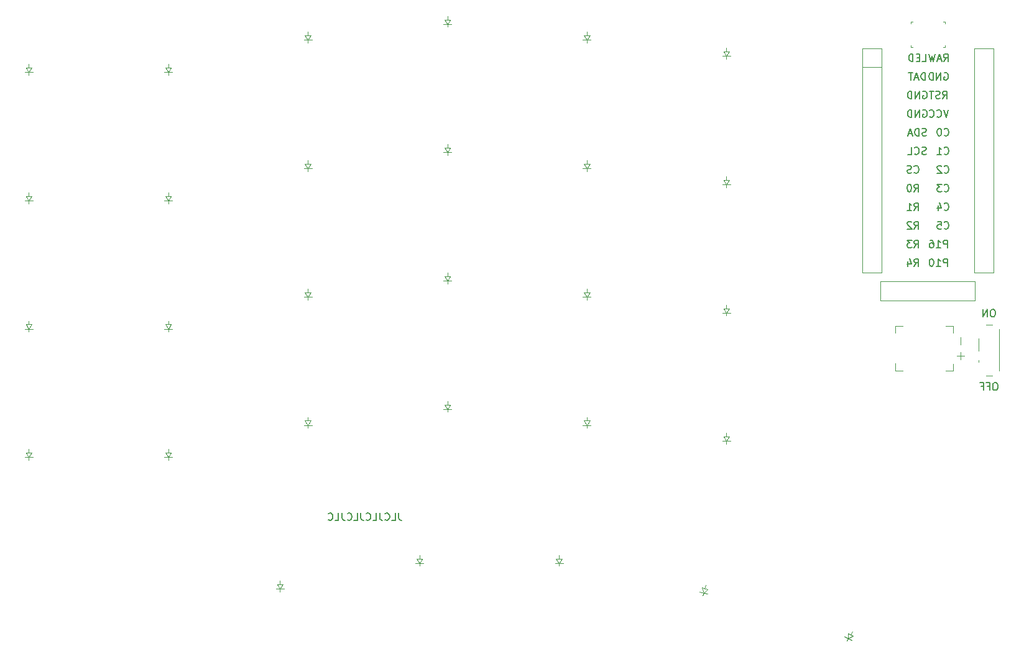
<source format=gbr>
%TF.GenerationSoftware,KiCad,Pcbnew,8.0.7*%
%TF.CreationDate,2025-02-11T23:53:50-03:00*%
%TF.ProjectId,souffle_wireless,736f7566-666c-4655-9f77-6972656c6573,0.1*%
%TF.SameCoordinates,Original*%
%TF.FileFunction,Legend,Bot*%
%TF.FilePolarity,Positive*%
%FSLAX46Y46*%
G04 Gerber Fmt 4.6, Leading zero omitted, Abs format (unit mm)*
G04 Created by KiCad (PCBNEW 8.0.7) date 2025-02-11 23:53:50*
%MOMM*%
%LPD*%
G01*
G04 APERTURE LIST*
%ADD10C,0.150000*%
%ADD11C,0.100000*%
%ADD12C,0.120000*%
G04 APERTURE END LIST*
D10*
X142619048Y-106454819D02*
X142619048Y-107169104D01*
X142619048Y-107169104D02*
X142666667Y-107311961D01*
X142666667Y-107311961D02*
X142761905Y-107407200D01*
X142761905Y-107407200D02*
X142904762Y-107454819D01*
X142904762Y-107454819D02*
X143000000Y-107454819D01*
X141666667Y-107454819D02*
X142142857Y-107454819D01*
X142142857Y-107454819D02*
X142142857Y-106454819D01*
X140761905Y-107359580D02*
X140809524Y-107407200D01*
X140809524Y-107407200D02*
X140952381Y-107454819D01*
X140952381Y-107454819D02*
X141047619Y-107454819D01*
X141047619Y-107454819D02*
X141190476Y-107407200D01*
X141190476Y-107407200D02*
X141285714Y-107311961D01*
X141285714Y-107311961D02*
X141333333Y-107216723D01*
X141333333Y-107216723D02*
X141380952Y-107026247D01*
X141380952Y-107026247D02*
X141380952Y-106883390D01*
X141380952Y-106883390D02*
X141333333Y-106692914D01*
X141333333Y-106692914D02*
X141285714Y-106597676D01*
X141285714Y-106597676D02*
X141190476Y-106502438D01*
X141190476Y-106502438D02*
X141047619Y-106454819D01*
X141047619Y-106454819D02*
X140952381Y-106454819D01*
X140952381Y-106454819D02*
X140809524Y-106502438D01*
X140809524Y-106502438D02*
X140761905Y-106550057D01*
X140047619Y-106454819D02*
X140047619Y-107169104D01*
X140047619Y-107169104D02*
X140095238Y-107311961D01*
X140095238Y-107311961D02*
X140190476Y-107407200D01*
X140190476Y-107407200D02*
X140333333Y-107454819D01*
X140333333Y-107454819D02*
X140428571Y-107454819D01*
X139095238Y-107454819D02*
X139571428Y-107454819D01*
X139571428Y-107454819D02*
X139571428Y-106454819D01*
X138190476Y-107359580D02*
X138238095Y-107407200D01*
X138238095Y-107407200D02*
X138380952Y-107454819D01*
X138380952Y-107454819D02*
X138476190Y-107454819D01*
X138476190Y-107454819D02*
X138619047Y-107407200D01*
X138619047Y-107407200D02*
X138714285Y-107311961D01*
X138714285Y-107311961D02*
X138761904Y-107216723D01*
X138761904Y-107216723D02*
X138809523Y-107026247D01*
X138809523Y-107026247D02*
X138809523Y-106883390D01*
X138809523Y-106883390D02*
X138761904Y-106692914D01*
X138761904Y-106692914D02*
X138714285Y-106597676D01*
X138714285Y-106597676D02*
X138619047Y-106502438D01*
X138619047Y-106502438D02*
X138476190Y-106454819D01*
X138476190Y-106454819D02*
X138380952Y-106454819D01*
X138380952Y-106454819D02*
X138238095Y-106502438D01*
X138238095Y-106502438D02*
X138190476Y-106550057D01*
X137476190Y-106454819D02*
X137476190Y-107169104D01*
X137476190Y-107169104D02*
X137523809Y-107311961D01*
X137523809Y-107311961D02*
X137619047Y-107407200D01*
X137619047Y-107407200D02*
X137761904Y-107454819D01*
X137761904Y-107454819D02*
X137857142Y-107454819D01*
X136523809Y-107454819D02*
X136999999Y-107454819D01*
X136999999Y-107454819D02*
X136999999Y-106454819D01*
X135619047Y-107359580D02*
X135666666Y-107407200D01*
X135666666Y-107407200D02*
X135809523Y-107454819D01*
X135809523Y-107454819D02*
X135904761Y-107454819D01*
X135904761Y-107454819D02*
X136047618Y-107407200D01*
X136047618Y-107407200D02*
X136142856Y-107311961D01*
X136142856Y-107311961D02*
X136190475Y-107216723D01*
X136190475Y-107216723D02*
X136238094Y-107026247D01*
X136238094Y-107026247D02*
X136238094Y-106883390D01*
X136238094Y-106883390D02*
X136190475Y-106692914D01*
X136190475Y-106692914D02*
X136142856Y-106597676D01*
X136142856Y-106597676D02*
X136047618Y-106502438D01*
X136047618Y-106502438D02*
X135904761Y-106454819D01*
X135904761Y-106454819D02*
X135809523Y-106454819D01*
X135809523Y-106454819D02*
X135666666Y-106502438D01*
X135666666Y-106502438D02*
X135619047Y-106550057D01*
X134904761Y-106454819D02*
X134904761Y-107169104D01*
X134904761Y-107169104D02*
X134952380Y-107311961D01*
X134952380Y-107311961D02*
X135047618Y-107407200D01*
X135047618Y-107407200D02*
X135190475Y-107454819D01*
X135190475Y-107454819D02*
X135285713Y-107454819D01*
X133952380Y-107454819D02*
X134428570Y-107454819D01*
X134428570Y-107454819D02*
X134428570Y-106454819D01*
X133047618Y-107359580D02*
X133095237Y-107407200D01*
X133095237Y-107407200D02*
X133238094Y-107454819D01*
X133238094Y-107454819D02*
X133333332Y-107454819D01*
X133333332Y-107454819D02*
X133476189Y-107407200D01*
X133476189Y-107407200D02*
X133571427Y-107311961D01*
X133571427Y-107311961D02*
X133619046Y-107216723D01*
X133619046Y-107216723D02*
X133666665Y-107026247D01*
X133666665Y-107026247D02*
X133666665Y-106883390D01*
X133666665Y-106883390D02*
X133619046Y-106692914D01*
X133619046Y-106692914D02*
X133571427Y-106597676D01*
X133571427Y-106597676D02*
X133476189Y-106502438D01*
X133476189Y-106502438D02*
X133333332Y-106454819D01*
X133333332Y-106454819D02*
X133238094Y-106454819D01*
X133238094Y-106454819D02*
X133095237Y-106502438D01*
X133095237Y-106502438D02*
X133047618Y-106550057D01*
X213896857Y-44874819D02*
X214373047Y-44874819D01*
X214373047Y-44874819D02*
X214373047Y-43874819D01*
X213563523Y-44351009D02*
X213230190Y-44351009D01*
X213087333Y-44874819D02*
X213563523Y-44874819D01*
X213563523Y-44874819D02*
X213563523Y-43874819D01*
X213563523Y-43874819D02*
X213087333Y-43874819D01*
X212658761Y-44874819D02*
X212658761Y-43874819D01*
X212658761Y-43874819D02*
X212420666Y-43874819D01*
X212420666Y-43874819D02*
X212277809Y-43922438D01*
X212277809Y-43922438D02*
X212182571Y-44017676D01*
X212182571Y-44017676D02*
X212134952Y-44112914D01*
X212134952Y-44112914D02*
X212087333Y-44303390D01*
X212087333Y-44303390D02*
X212087333Y-44446247D01*
X212087333Y-44446247D02*
X212134952Y-44636723D01*
X212134952Y-44636723D02*
X212182571Y-44731961D01*
X212182571Y-44731961D02*
X212277809Y-44827200D01*
X212277809Y-44827200D02*
X212420666Y-44874819D01*
X212420666Y-44874819D02*
X212658761Y-44874819D01*
X216844476Y-44874819D02*
X217177809Y-44398628D01*
X217415904Y-44874819D02*
X217415904Y-43874819D01*
X217415904Y-43874819D02*
X217034952Y-43874819D01*
X217034952Y-43874819D02*
X216939714Y-43922438D01*
X216939714Y-43922438D02*
X216892095Y-43970057D01*
X216892095Y-43970057D02*
X216844476Y-44065295D01*
X216844476Y-44065295D02*
X216844476Y-44208152D01*
X216844476Y-44208152D02*
X216892095Y-44303390D01*
X216892095Y-44303390D02*
X216939714Y-44351009D01*
X216939714Y-44351009D02*
X217034952Y-44398628D01*
X217034952Y-44398628D02*
X217415904Y-44398628D01*
X216463523Y-44589104D02*
X215987333Y-44589104D01*
X216558761Y-44874819D02*
X216225428Y-43874819D01*
X216225428Y-43874819D02*
X215892095Y-44874819D01*
X215653999Y-43874819D02*
X215415904Y-44874819D01*
X215415904Y-44874819D02*
X215225428Y-44160533D01*
X215225428Y-44160533D02*
X215034952Y-44874819D01*
X215034952Y-44874819D02*
X214796857Y-43874819D01*
X214325428Y-47414819D02*
X214325428Y-46414819D01*
X214325428Y-46414819D02*
X214087333Y-46414819D01*
X214087333Y-46414819D02*
X213944476Y-46462438D01*
X213944476Y-46462438D02*
X213849238Y-46557676D01*
X213849238Y-46557676D02*
X213801619Y-46652914D01*
X213801619Y-46652914D02*
X213754000Y-46843390D01*
X213754000Y-46843390D02*
X213754000Y-46986247D01*
X213754000Y-46986247D02*
X213801619Y-47176723D01*
X213801619Y-47176723D02*
X213849238Y-47271961D01*
X213849238Y-47271961D02*
X213944476Y-47367200D01*
X213944476Y-47367200D02*
X214087333Y-47414819D01*
X214087333Y-47414819D02*
X214325428Y-47414819D01*
X213373047Y-47129104D02*
X212896857Y-47129104D01*
X213468285Y-47414819D02*
X213134952Y-46414819D01*
X213134952Y-46414819D02*
X212801619Y-47414819D01*
X212611142Y-46414819D02*
X212039714Y-46414819D01*
X212325428Y-47414819D02*
X212325428Y-46414819D01*
X216915904Y-46462438D02*
X217011142Y-46414819D01*
X217011142Y-46414819D02*
X217153999Y-46414819D01*
X217153999Y-46414819D02*
X217296856Y-46462438D01*
X217296856Y-46462438D02*
X217392094Y-46557676D01*
X217392094Y-46557676D02*
X217439713Y-46652914D01*
X217439713Y-46652914D02*
X217487332Y-46843390D01*
X217487332Y-46843390D02*
X217487332Y-46986247D01*
X217487332Y-46986247D02*
X217439713Y-47176723D01*
X217439713Y-47176723D02*
X217392094Y-47271961D01*
X217392094Y-47271961D02*
X217296856Y-47367200D01*
X217296856Y-47367200D02*
X217153999Y-47414819D01*
X217153999Y-47414819D02*
X217058761Y-47414819D01*
X217058761Y-47414819D02*
X216915904Y-47367200D01*
X216915904Y-47367200D02*
X216868285Y-47319580D01*
X216868285Y-47319580D02*
X216868285Y-46986247D01*
X216868285Y-46986247D02*
X217058761Y-46986247D01*
X216439713Y-47414819D02*
X216439713Y-46414819D01*
X216439713Y-46414819D02*
X215868285Y-47414819D01*
X215868285Y-47414819D02*
X215868285Y-46414819D01*
X215392094Y-47414819D02*
X215392094Y-46414819D01*
X215392094Y-46414819D02*
X215153999Y-46414819D01*
X215153999Y-46414819D02*
X215011142Y-46462438D01*
X215011142Y-46462438D02*
X214915904Y-46557676D01*
X214915904Y-46557676D02*
X214868285Y-46652914D01*
X214868285Y-46652914D02*
X214820666Y-46843390D01*
X214820666Y-46843390D02*
X214820666Y-46986247D01*
X214820666Y-46986247D02*
X214868285Y-47176723D01*
X214868285Y-47176723D02*
X214915904Y-47271961D01*
X214915904Y-47271961D02*
X215011142Y-47367200D01*
X215011142Y-47367200D02*
X215153999Y-47414819D01*
X215153999Y-47414819D02*
X215392094Y-47414819D01*
X214015904Y-49002438D02*
X214111142Y-48954819D01*
X214111142Y-48954819D02*
X214253999Y-48954819D01*
X214253999Y-48954819D02*
X214396856Y-49002438D01*
X214396856Y-49002438D02*
X214492094Y-49097676D01*
X214492094Y-49097676D02*
X214539713Y-49192914D01*
X214539713Y-49192914D02*
X214587332Y-49383390D01*
X214587332Y-49383390D02*
X214587332Y-49526247D01*
X214587332Y-49526247D02*
X214539713Y-49716723D01*
X214539713Y-49716723D02*
X214492094Y-49811961D01*
X214492094Y-49811961D02*
X214396856Y-49907200D01*
X214396856Y-49907200D02*
X214253999Y-49954819D01*
X214253999Y-49954819D02*
X214158761Y-49954819D01*
X214158761Y-49954819D02*
X214015904Y-49907200D01*
X214015904Y-49907200D02*
X213968285Y-49859580D01*
X213968285Y-49859580D02*
X213968285Y-49526247D01*
X213968285Y-49526247D02*
X214158761Y-49526247D01*
X213539713Y-49954819D02*
X213539713Y-48954819D01*
X213539713Y-48954819D02*
X212968285Y-49954819D01*
X212968285Y-49954819D02*
X212968285Y-48954819D01*
X212492094Y-49954819D02*
X212492094Y-48954819D01*
X212492094Y-48954819D02*
X212253999Y-48954819D01*
X212253999Y-48954819D02*
X212111142Y-49002438D01*
X212111142Y-49002438D02*
X212015904Y-49097676D01*
X212015904Y-49097676D02*
X211968285Y-49192914D01*
X211968285Y-49192914D02*
X211920666Y-49383390D01*
X211920666Y-49383390D02*
X211920666Y-49526247D01*
X211920666Y-49526247D02*
X211968285Y-49716723D01*
X211968285Y-49716723D02*
X212015904Y-49811961D01*
X212015904Y-49811961D02*
X212111142Y-49907200D01*
X212111142Y-49907200D02*
X212253999Y-49954819D01*
X212253999Y-49954819D02*
X212492094Y-49954819D01*
X216701619Y-49954819D02*
X217034952Y-49478628D01*
X217273047Y-49954819D02*
X217273047Y-48954819D01*
X217273047Y-48954819D02*
X216892095Y-48954819D01*
X216892095Y-48954819D02*
X216796857Y-49002438D01*
X216796857Y-49002438D02*
X216749238Y-49050057D01*
X216749238Y-49050057D02*
X216701619Y-49145295D01*
X216701619Y-49145295D02*
X216701619Y-49288152D01*
X216701619Y-49288152D02*
X216749238Y-49383390D01*
X216749238Y-49383390D02*
X216796857Y-49431009D01*
X216796857Y-49431009D02*
X216892095Y-49478628D01*
X216892095Y-49478628D02*
X217273047Y-49478628D01*
X216320666Y-49907200D02*
X216177809Y-49954819D01*
X216177809Y-49954819D02*
X215939714Y-49954819D01*
X215939714Y-49954819D02*
X215844476Y-49907200D01*
X215844476Y-49907200D02*
X215796857Y-49859580D01*
X215796857Y-49859580D02*
X215749238Y-49764342D01*
X215749238Y-49764342D02*
X215749238Y-49669104D01*
X215749238Y-49669104D02*
X215796857Y-49573866D01*
X215796857Y-49573866D02*
X215844476Y-49526247D01*
X215844476Y-49526247D02*
X215939714Y-49478628D01*
X215939714Y-49478628D02*
X216130190Y-49431009D01*
X216130190Y-49431009D02*
X216225428Y-49383390D01*
X216225428Y-49383390D02*
X216273047Y-49335771D01*
X216273047Y-49335771D02*
X216320666Y-49240533D01*
X216320666Y-49240533D02*
X216320666Y-49145295D01*
X216320666Y-49145295D02*
X216273047Y-49050057D01*
X216273047Y-49050057D02*
X216225428Y-49002438D01*
X216225428Y-49002438D02*
X216130190Y-48954819D01*
X216130190Y-48954819D02*
X215892095Y-48954819D01*
X215892095Y-48954819D02*
X215749238Y-49002438D01*
X215463523Y-48954819D02*
X214892095Y-48954819D01*
X215177809Y-49954819D02*
X215177809Y-48954819D01*
X214015904Y-51542438D02*
X214111142Y-51494819D01*
X214111142Y-51494819D02*
X214253999Y-51494819D01*
X214253999Y-51494819D02*
X214396856Y-51542438D01*
X214396856Y-51542438D02*
X214492094Y-51637676D01*
X214492094Y-51637676D02*
X214539713Y-51732914D01*
X214539713Y-51732914D02*
X214587332Y-51923390D01*
X214587332Y-51923390D02*
X214587332Y-52066247D01*
X214587332Y-52066247D02*
X214539713Y-52256723D01*
X214539713Y-52256723D02*
X214492094Y-52351961D01*
X214492094Y-52351961D02*
X214396856Y-52447200D01*
X214396856Y-52447200D02*
X214253999Y-52494819D01*
X214253999Y-52494819D02*
X214158761Y-52494819D01*
X214158761Y-52494819D02*
X214015904Y-52447200D01*
X214015904Y-52447200D02*
X213968285Y-52399580D01*
X213968285Y-52399580D02*
X213968285Y-52066247D01*
X213968285Y-52066247D02*
X214158761Y-52066247D01*
X213539713Y-52494819D02*
X213539713Y-51494819D01*
X213539713Y-51494819D02*
X212968285Y-52494819D01*
X212968285Y-52494819D02*
X212968285Y-51494819D01*
X212492094Y-52494819D02*
X212492094Y-51494819D01*
X212492094Y-51494819D02*
X212253999Y-51494819D01*
X212253999Y-51494819D02*
X212111142Y-51542438D01*
X212111142Y-51542438D02*
X212015904Y-51637676D01*
X212015904Y-51637676D02*
X211968285Y-51732914D01*
X211968285Y-51732914D02*
X211920666Y-51923390D01*
X211920666Y-51923390D02*
X211920666Y-52066247D01*
X211920666Y-52066247D02*
X211968285Y-52256723D01*
X211968285Y-52256723D02*
X212015904Y-52351961D01*
X212015904Y-52351961D02*
X212111142Y-52447200D01*
X212111142Y-52447200D02*
X212253999Y-52494819D01*
X212253999Y-52494819D02*
X212492094Y-52494819D01*
X217487332Y-51494819D02*
X217153999Y-52494819D01*
X217153999Y-52494819D02*
X216820666Y-51494819D01*
X215915904Y-52399580D02*
X215963523Y-52447200D01*
X215963523Y-52447200D02*
X216106380Y-52494819D01*
X216106380Y-52494819D02*
X216201618Y-52494819D01*
X216201618Y-52494819D02*
X216344475Y-52447200D01*
X216344475Y-52447200D02*
X216439713Y-52351961D01*
X216439713Y-52351961D02*
X216487332Y-52256723D01*
X216487332Y-52256723D02*
X216534951Y-52066247D01*
X216534951Y-52066247D02*
X216534951Y-51923390D01*
X216534951Y-51923390D02*
X216487332Y-51732914D01*
X216487332Y-51732914D02*
X216439713Y-51637676D01*
X216439713Y-51637676D02*
X216344475Y-51542438D01*
X216344475Y-51542438D02*
X216201618Y-51494819D01*
X216201618Y-51494819D02*
X216106380Y-51494819D01*
X216106380Y-51494819D02*
X215963523Y-51542438D01*
X215963523Y-51542438D02*
X215915904Y-51590057D01*
X214915904Y-52399580D02*
X214963523Y-52447200D01*
X214963523Y-52447200D02*
X215106380Y-52494819D01*
X215106380Y-52494819D02*
X215201618Y-52494819D01*
X215201618Y-52494819D02*
X215344475Y-52447200D01*
X215344475Y-52447200D02*
X215439713Y-52351961D01*
X215439713Y-52351961D02*
X215487332Y-52256723D01*
X215487332Y-52256723D02*
X215534951Y-52066247D01*
X215534951Y-52066247D02*
X215534951Y-51923390D01*
X215534951Y-51923390D02*
X215487332Y-51732914D01*
X215487332Y-51732914D02*
X215439713Y-51637676D01*
X215439713Y-51637676D02*
X215344475Y-51542438D01*
X215344475Y-51542438D02*
X215201618Y-51494819D01*
X215201618Y-51494819D02*
X215106380Y-51494819D01*
X215106380Y-51494819D02*
X214963523Y-51542438D01*
X214963523Y-51542438D02*
X214915904Y-51590057D01*
X214468285Y-54987200D02*
X214325428Y-55034819D01*
X214325428Y-55034819D02*
X214087333Y-55034819D01*
X214087333Y-55034819D02*
X213992095Y-54987200D01*
X213992095Y-54987200D02*
X213944476Y-54939580D01*
X213944476Y-54939580D02*
X213896857Y-54844342D01*
X213896857Y-54844342D02*
X213896857Y-54749104D01*
X213896857Y-54749104D02*
X213944476Y-54653866D01*
X213944476Y-54653866D02*
X213992095Y-54606247D01*
X213992095Y-54606247D02*
X214087333Y-54558628D01*
X214087333Y-54558628D02*
X214277809Y-54511009D01*
X214277809Y-54511009D02*
X214373047Y-54463390D01*
X214373047Y-54463390D02*
X214420666Y-54415771D01*
X214420666Y-54415771D02*
X214468285Y-54320533D01*
X214468285Y-54320533D02*
X214468285Y-54225295D01*
X214468285Y-54225295D02*
X214420666Y-54130057D01*
X214420666Y-54130057D02*
X214373047Y-54082438D01*
X214373047Y-54082438D02*
X214277809Y-54034819D01*
X214277809Y-54034819D02*
X214039714Y-54034819D01*
X214039714Y-54034819D02*
X213896857Y-54082438D01*
X213468285Y-55034819D02*
X213468285Y-54034819D01*
X213468285Y-54034819D02*
X213230190Y-54034819D01*
X213230190Y-54034819D02*
X213087333Y-54082438D01*
X213087333Y-54082438D02*
X212992095Y-54177676D01*
X212992095Y-54177676D02*
X212944476Y-54272914D01*
X212944476Y-54272914D02*
X212896857Y-54463390D01*
X212896857Y-54463390D02*
X212896857Y-54606247D01*
X212896857Y-54606247D02*
X212944476Y-54796723D01*
X212944476Y-54796723D02*
X212992095Y-54891961D01*
X212992095Y-54891961D02*
X213087333Y-54987200D01*
X213087333Y-54987200D02*
X213230190Y-55034819D01*
X213230190Y-55034819D02*
X213468285Y-55034819D01*
X212515904Y-54749104D02*
X212039714Y-54749104D01*
X212611142Y-55034819D02*
X212277809Y-54034819D01*
X212277809Y-54034819D02*
X211944476Y-55034819D01*
X216910666Y-54939580D02*
X216958285Y-54987200D01*
X216958285Y-54987200D02*
X217101142Y-55034819D01*
X217101142Y-55034819D02*
X217196380Y-55034819D01*
X217196380Y-55034819D02*
X217339237Y-54987200D01*
X217339237Y-54987200D02*
X217434475Y-54891961D01*
X217434475Y-54891961D02*
X217482094Y-54796723D01*
X217482094Y-54796723D02*
X217529713Y-54606247D01*
X217529713Y-54606247D02*
X217529713Y-54463390D01*
X217529713Y-54463390D02*
X217482094Y-54272914D01*
X217482094Y-54272914D02*
X217434475Y-54177676D01*
X217434475Y-54177676D02*
X217339237Y-54082438D01*
X217339237Y-54082438D02*
X217196380Y-54034819D01*
X217196380Y-54034819D02*
X217101142Y-54034819D01*
X217101142Y-54034819D02*
X216958285Y-54082438D01*
X216958285Y-54082438D02*
X216910666Y-54130057D01*
X216291618Y-54034819D02*
X216196380Y-54034819D01*
X216196380Y-54034819D02*
X216101142Y-54082438D01*
X216101142Y-54082438D02*
X216053523Y-54130057D01*
X216053523Y-54130057D02*
X216005904Y-54225295D01*
X216005904Y-54225295D02*
X215958285Y-54415771D01*
X215958285Y-54415771D02*
X215958285Y-54653866D01*
X215958285Y-54653866D02*
X216005904Y-54844342D01*
X216005904Y-54844342D02*
X216053523Y-54939580D01*
X216053523Y-54939580D02*
X216101142Y-54987200D01*
X216101142Y-54987200D02*
X216196380Y-55034819D01*
X216196380Y-55034819D02*
X216291618Y-55034819D01*
X216291618Y-55034819D02*
X216386856Y-54987200D01*
X216386856Y-54987200D02*
X216434475Y-54939580D01*
X216434475Y-54939580D02*
X216482094Y-54844342D01*
X216482094Y-54844342D02*
X216529713Y-54653866D01*
X216529713Y-54653866D02*
X216529713Y-54415771D01*
X216529713Y-54415771D02*
X216482094Y-54225295D01*
X216482094Y-54225295D02*
X216434475Y-54130057D01*
X216434475Y-54130057D02*
X216386856Y-54082438D01*
X216386856Y-54082438D02*
X216291618Y-54034819D01*
X214444475Y-57527200D02*
X214301618Y-57574819D01*
X214301618Y-57574819D02*
X214063523Y-57574819D01*
X214063523Y-57574819D02*
X213968285Y-57527200D01*
X213968285Y-57527200D02*
X213920666Y-57479580D01*
X213920666Y-57479580D02*
X213873047Y-57384342D01*
X213873047Y-57384342D02*
X213873047Y-57289104D01*
X213873047Y-57289104D02*
X213920666Y-57193866D01*
X213920666Y-57193866D02*
X213968285Y-57146247D01*
X213968285Y-57146247D02*
X214063523Y-57098628D01*
X214063523Y-57098628D02*
X214253999Y-57051009D01*
X214253999Y-57051009D02*
X214349237Y-57003390D01*
X214349237Y-57003390D02*
X214396856Y-56955771D01*
X214396856Y-56955771D02*
X214444475Y-56860533D01*
X214444475Y-56860533D02*
X214444475Y-56765295D01*
X214444475Y-56765295D02*
X214396856Y-56670057D01*
X214396856Y-56670057D02*
X214349237Y-56622438D01*
X214349237Y-56622438D02*
X214253999Y-56574819D01*
X214253999Y-56574819D02*
X214015904Y-56574819D01*
X214015904Y-56574819D02*
X213873047Y-56622438D01*
X212873047Y-57479580D02*
X212920666Y-57527200D01*
X212920666Y-57527200D02*
X213063523Y-57574819D01*
X213063523Y-57574819D02*
X213158761Y-57574819D01*
X213158761Y-57574819D02*
X213301618Y-57527200D01*
X213301618Y-57527200D02*
X213396856Y-57431961D01*
X213396856Y-57431961D02*
X213444475Y-57336723D01*
X213444475Y-57336723D02*
X213492094Y-57146247D01*
X213492094Y-57146247D02*
X213492094Y-57003390D01*
X213492094Y-57003390D02*
X213444475Y-56812914D01*
X213444475Y-56812914D02*
X213396856Y-56717676D01*
X213396856Y-56717676D02*
X213301618Y-56622438D01*
X213301618Y-56622438D02*
X213158761Y-56574819D01*
X213158761Y-56574819D02*
X213063523Y-56574819D01*
X213063523Y-56574819D02*
X212920666Y-56622438D01*
X212920666Y-56622438D02*
X212873047Y-56670057D01*
X211968285Y-57574819D02*
X212444475Y-57574819D01*
X212444475Y-57574819D02*
X212444475Y-56574819D01*
X216910666Y-57479580D02*
X216958285Y-57527200D01*
X216958285Y-57527200D02*
X217101142Y-57574819D01*
X217101142Y-57574819D02*
X217196380Y-57574819D01*
X217196380Y-57574819D02*
X217339237Y-57527200D01*
X217339237Y-57527200D02*
X217434475Y-57431961D01*
X217434475Y-57431961D02*
X217482094Y-57336723D01*
X217482094Y-57336723D02*
X217529713Y-57146247D01*
X217529713Y-57146247D02*
X217529713Y-57003390D01*
X217529713Y-57003390D02*
X217482094Y-56812914D01*
X217482094Y-56812914D02*
X217434475Y-56717676D01*
X217434475Y-56717676D02*
X217339237Y-56622438D01*
X217339237Y-56622438D02*
X217196380Y-56574819D01*
X217196380Y-56574819D02*
X217101142Y-56574819D01*
X217101142Y-56574819D02*
X216958285Y-56622438D01*
X216958285Y-56622438D02*
X216910666Y-56670057D01*
X215958285Y-57574819D02*
X216529713Y-57574819D01*
X216243999Y-57574819D02*
X216243999Y-56574819D01*
X216243999Y-56574819D02*
X216339237Y-56717676D01*
X216339237Y-56717676D02*
X216434475Y-56812914D01*
X216434475Y-56812914D02*
X216529713Y-56860533D01*
X212830666Y-60019580D02*
X212878285Y-60067200D01*
X212878285Y-60067200D02*
X213021142Y-60114819D01*
X213021142Y-60114819D02*
X213116380Y-60114819D01*
X213116380Y-60114819D02*
X213259237Y-60067200D01*
X213259237Y-60067200D02*
X213354475Y-59971961D01*
X213354475Y-59971961D02*
X213402094Y-59876723D01*
X213402094Y-59876723D02*
X213449713Y-59686247D01*
X213449713Y-59686247D02*
X213449713Y-59543390D01*
X213449713Y-59543390D02*
X213402094Y-59352914D01*
X213402094Y-59352914D02*
X213354475Y-59257676D01*
X213354475Y-59257676D02*
X213259237Y-59162438D01*
X213259237Y-59162438D02*
X213116380Y-59114819D01*
X213116380Y-59114819D02*
X213021142Y-59114819D01*
X213021142Y-59114819D02*
X212878285Y-59162438D01*
X212878285Y-59162438D02*
X212830666Y-59210057D01*
X212449713Y-60067200D02*
X212306856Y-60114819D01*
X212306856Y-60114819D02*
X212068761Y-60114819D01*
X212068761Y-60114819D02*
X211973523Y-60067200D01*
X211973523Y-60067200D02*
X211925904Y-60019580D01*
X211925904Y-60019580D02*
X211878285Y-59924342D01*
X211878285Y-59924342D02*
X211878285Y-59829104D01*
X211878285Y-59829104D02*
X211925904Y-59733866D01*
X211925904Y-59733866D02*
X211973523Y-59686247D01*
X211973523Y-59686247D02*
X212068761Y-59638628D01*
X212068761Y-59638628D02*
X212259237Y-59591009D01*
X212259237Y-59591009D02*
X212354475Y-59543390D01*
X212354475Y-59543390D02*
X212402094Y-59495771D01*
X212402094Y-59495771D02*
X212449713Y-59400533D01*
X212449713Y-59400533D02*
X212449713Y-59305295D01*
X212449713Y-59305295D02*
X212402094Y-59210057D01*
X212402094Y-59210057D02*
X212354475Y-59162438D01*
X212354475Y-59162438D02*
X212259237Y-59114819D01*
X212259237Y-59114819D02*
X212021142Y-59114819D01*
X212021142Y-59114819D02*
X211878285Y-59162438D01*
X216910666Y-60019580D02*
X216958285Y-60067200D01*
X216958285Y-60067200D02*
X217101142Y-60114819D01*
X217101142Y-60114819D02*
X217196380Y-60114819D01*
X217196380Y-60114819D02*
X217339237Y-60067200D01*
X217339237Y-60067200D02*
X217434475Y-59971961D01*
X217434475Y-59971961D02*
X217482094Y-59876723D01*
X217482094Y-59876723D02*
X217529713Y-59686247D01*
X217529713Y-59686247D02*
X217529713Y-59543390D01*
X217529713Y-59543390D02*
X217482094Y-59352914D01*
X217482094Y-59352914D02*
X217434475Y-59257676D01*
X217434475Y-59257676D02*
X217339237Y-59162438D01*
X217339237Y-59162438D02*
X217196380Y-59114819D01*
X217196380Y-59114819D02*
X217101142Y-59114819D01*
X217101142Y-59114819D02*
X216958285Y-59162438D01*
X216958285Y-59162438D02*
X216910666Y-59210057D01*
X216529713Y-59210057D02*
X216482094Y-59162438D01*
X216482094Y-59162438D02*
X216386856Y-59114819D01*
X216386856Y-59114819D02*
X216148761Y-59114819D01*
X216148761Y-59114819D02*
X216053523Y-59162438D01*
X216053523Y-59162438D02*
X216005904Y-59210057D01*
X216005904Y-59210057D02*
X215958285Y-59305295D01*
X215958285Y-59305295D02*
X215958285Y-59400533D01*
X215958285Y-59400533D02*
X216005904Y-59543390D01*
X216005904Y-59543390D02*
X216577332Y-60114819D01*
X216577332Y-60114819D02*
X215958285Y-60114819D01*
X212830666Y-62654819D02*
X213163999Y-62178628D01*
X213402094Y-62654819D02*
X213402094Y-61654819D01*
X213402094Y-61654819D02*
X213021142Y-61654819D01*
X213021142Y-61654819D02*
X212925904Y-61702438D01*
X212925904Y-61702438D02*
X212878285Y-61750057D01*
X212878285Y-61750057D02*
X212830666Y-61845295D01*
X212830666Y-61845295D02*
X212830666Y-61988152D01*
X212830666Y-61988152D02*
X212878285Y-62083390D01*
X212878285Y-62083390D02*
X212925904Y-62131009D01*
X212925904Y-62131009D02*
X213021142Y-62178628D01*
X213021142Y-62178628D02*
X213402094Y-62178628D01*
X212211618Y-61654819D02*
X212116380Y-61654819D01*
X212116380Y-61654819D02*
X212021142Y-61702438D01*
X212021142Y-61702438D02*
X211973523Y-61750057D01*
X211973523Y-61750057D02*
X211925904Y-61845295D01*
X211925904Y-61845295D02*
X211878285Y-62035771D01*
X211878285Y-62035771D02*
X211878285Y-62273866D01*
X211878285Y-62273866D02*
X211925904Y-62464342D01*
X211925904Y-62464342D02*
X211973523Y-62559580D01*
X211973523Y-62559580D02*
X212021142Y-62607200D01*
X212021142Y-62607200D02*
X212116380Y-62654819D01*
X212116380Y-62654819D02*
X212211618Y-62654819D01*
X212211618Y-62654819D02*
X212306856Y-62607200D01*
X212306856Y-62607200D02*
X212354475Y-62559580D01*
X212354475Y-62559580D02*
X212402094Y-62464342D01*
X212402094Y-62464342D02*
X212449713Y-62273866D01*
X212449713Y-62273866D02*
X212449713Y-62035771D01*
X212449713Y-62035771D02*
X212402094Y-61845295D01*
X212402094Y-61845295D02*
X212354475Y-61750057D01*
X212354475Y-61750057D02*
X212306856Y-61702438D01*
X212306856Y-61702438D02*
X212211618Y-61654819D01*
X216910666Y-62559580D02*
X216958285Y-62607200D01*
X216958285Y-62607200D02*
X217101142Y-62654819D01*
X217101142Y-62654819D02*
X217196380Y-62654819D01*
X217196380Y-62654819D02*
X217339237Y-62607200D01*
X217339237Y-62607200D02*
X217434475Y-62511961D01*
X217434475Y-62511961D02*
X217482094Y-62416723D01*
X217482094Y-62416723D02*
X217529713Y-62226247D01*
X217529713Y-62226247D02*
X217529713Y-62083390D01*
X217529713Y-62083390D02*
X217482094Y-61892914D01*
X217482094Y-61892914D02*
X217434475Y-61797676D01*
X217434475Y-61797676D02*
X217339237Y-61702438D01*
X217339237Y-61702438D02*
X217196380Y-61654819D01*
X217196380Y-61654819D02*
X217101142Y-61654819D01*
X217101142Y-61654819D02*
X216958285Y-61702438D01*
X216958285Y-61702438D02*
X216910666Y-61750057D01*
X216577332Y-61654819D02*
X215958285Y-61654819D01*
X215958285Y-61654819D02*
X216291618Y-62035771D01*
X216291618Y-62035771D02*
X216148761Y-62035771D01*
X216148761Y-62035771D02*
X216053523Y-62083390D01*
X216053523Y-62083390D02*
X216005904Y-62131009D01*
X216005904Y-62131009D02*
X215958285Y-62226247D01*
X215958285Y-62226247D02*
X215958285Y-62464342D01*
X215958285Y-62464342D02*
X216005904Y-62559580D01*
X216005904Y-62559580D02*
X216053523Y-62607200D01*
X216053523Y-62607200D02*
X216148761Y-62654819D01*
X216148761Y-62654819D02*
X216434475Y-62654819D01*
X216434475Y-62654819D02*
X216529713Y-62607200D01*
X216529713Y-62607200D02*
X216577332Y-62559580D01*
X212830666Y-65194819D02*
X213163999Y-64718628D01*
X213402094Y-65194819D02*
X213402094Y-64194819D01*
X213402094Y-64194819D02*
X213021142Y-64194819D01*
X213021142Y-64194819D02*
X212925904Y-64242438D01*
X212925904Y-64242438D02*
X212878285Y-64290057D01*
X212878285Y-64290057D02*
X212830666Y-64385295D01*
X212830666Y-64385295D02*
X212830666Y-64528152D01*
X212830666Y-64528152D02*
X212878285Y-64623390D01*
X212878285Y-64623390D02*
X212925904Y-64671009D01*
X212925904Y-64671009D02*
X213021142Y-64718628D01*
X213021142Y-64718628D02*
X213402094Y-64718628D01*
X211878285Y-65194819D02*
X212449713Y-65194819D01*
X212163999Y-65194819D02*
X212163999Y-64194819D01*
X212163999Y-64194819D02*
X212259237Y-64337676D01*
X212259237Y-64337676D02*
X212354475Y-64432914D01*
X212354475Y-64432914D02*
X212449713Y-64480533D01*
X216910666Y-65099580D02*
X216958285Y-65147200D01*
X216958285Y-65147200D02*
X217101142Y-65194819D01*
X217101142Y-65194819D02*
X217196380Y-65194819D01*
X217196380Y-65194819D02*
X217339237Y-65147200D01*
X217339237Y-65147200D02*
X217434475Y-65051961D01*
X217434475Y-65051961D02*
X217482094Y-64956723D01*
X217482094Y-64956723D02*
X217529713Y-64766247D01*
X217529713Y-64766247D02*
X217529713Y-64623390D01*
X217529713Y-64623390D02*
X217482094Y-64432914D01*
X217482094Y-64432914D02*
X217434475Y-64337676D01*
X217434475Y-64337676D02*
X217339237Y-64242438D01*
X217339237Y-64242438D02*
X217196380Y-64194819D01*
X217196380Y-64194819D02*
X217101142Y-64194819D01*
X217101142Y-64194819D02*
X216958285Y-64242438D01*
X216958285Y-64242438D02*
X216910666Y-64290057D01*
X216053523Y-64528152D02*
X216053523Y-65194819D01*
X216291618Y-64147200D02*
X216529713Y-64861485D01*
X216529713Y-64861485D02*
X215910666Y-64861485D01*
X212830666Y-67734819D02*
X213163999Y-67258628D01*
X213402094Y-67734819D02*
X213402094Y-66734819D01*
X213402094Y-66734819D02*
X213021142Y-66734819D01*
X213021142Y-66734819D02*
X212925904Y-66782438D01*
X212925904Y-66782438D02*
X212878285Y-66830057D01*
X212878285Y-66830057D02*
X212830666Y-66925295D01*
X212830666Y-66925295D02*
X212830666Y-67068152D01*
X212830666Y-67068152D02*
X212878285Y-67163390D01*
X212878285Y-67163390D02*
X212925904Y-67211009D01*
X212925904Y-67211009D02*
X213021142Y-67258628D01*
X213021142Y-67258628D02*
X213402094Y-67258628D01*
X212449713Y-66830057D02*
X212402094Y-66782438D01*
X212402094Y-66782438D02*
X212306856Y-66734819D01*
X212306856Y-66734819D02*
X212068761Y-66734819D01*
X212068761Y-66734819D02*
X211973523Y-66782438D01*
X211973523Y-66782438D02*
X211925904Y-66830057D01*
X211925904Y-66830057D02*
X211878285Y-66925295D01*
X211878285Y-66925295D02*
X211878285Y-67020533D01*
X211878285Y-67020533D02*
X211925904Y-67163390D01*
X211925904Y-67163390D02*
X212497332Y-67734819D01*
X212497332Y-67734819D02*
X211878285Y-67734819D01*
X216910666Y-67639580D02*
X216958285Y-67687200D01*
X216958285Y-67687200D02*
X217101142Y-67734819D01*
X217101142Y-67734819D02*
X217196380Y-67734819D01*
X217196380Y-67734819D02*
X217339237Y-67687200D01*
X217339237Y-67687200D02*
X217434475Y-67591961D01*
X217434475Y-67591961D02*
X217482094Y-67496723D01*
X217482094Y-67496723D02*
X217529713Y-67306247D01*
X217529713Y-67306247D02*
X217529713Y-67163390D01*
X217529713Y-67163390D02*
X217482094Y-66972914D01*
X217482094Y-66972914D02*
X217434475Y-66877676D01*
X217434475Y-66877676D02*
X217339237Y-66782438D01*
X217339237Y-66782438D02*
X217196380Y-66734819D01*
X217196380Y-66734819D02*
X217101142Y-66734819D01*
X217101142Y-66734819D02*
X216958285Y-66782438D01*
X216958285Y-66782438D02*
X216910666Y-66830057D01*
X216005904Y-66734819D02*
X216482094Y-66734819D01*
X216482094Y-66734819D02*
X216529713Y-67211009D01*
X216529713Y-67211009D02*
X216482094Y-67163390D01*
X216482094Y-67163390D02*
X216386856Y-67115771D01*
X216386856Y-67115771D02*
X216148761Y-67115771D01*
X216148761Y-67115771D02*
X216053523Y-67163390D01*
X216053523Y-67163390D02*
X216005904Y-67211009D01*
X216005904Y-67211009D02*
X215958285Y-67306247D01*
X215958285Y-67306247D02*
X215958285Y-67544342D01*
X215958285Y-67544342D02*
X216005904Y-67639580D01*
X216005904Y-67639580D02*
X216053523Y-67687200D01*
X216053523Y-67687200D02*
X216148761Y-67734819D01*
X216148761Y-67734819D02*
X216386856Y-67734819D01*
X216386856Y-67734819D02*
X216482094Y-67687200D01*
X216482094Y-67687200D02*
X216529713Y-67639580D01*
X212830666Y-70274819D02*
X213163999Y-69798628D01*
X213402094Y-70274819D02*
X213402094Y-69274819D01*
X213402094Y-69274819D02*
X213021142Y-69274819D01*
X213021142Y-69274819D02*
X212925904Y-69322438D01*
X212925904Y-69322438D02*
X212878285Y-69370057D01*
X212878285Y-69370057D02*
X212830666Y-69465295D01*
X212830666Y-69465295D02*
X212830666Y-69608152D01*
X212830666Y-69608152D02*
X212878285Y-69703390D01*
X212878285Y-69703390D02*
X212925904Y-69751009D01*
X212925904Y-69751009D02*
X213021142Y-69798628D01*
X213021142Y-69798628D02*
X213402094Y-69798628D01*
X212497332Y-69274819D02*
X211878285Y-69274819D01*
X211878285Y-69274819D02*
X212211618Y-69655771D01*
X212211618Y-69655771D02*
X212068761Y-69655771D01*
X212068761Y-69655771D02*
X211973523Y-69703390D01*
X211973523Y-69703390D02*
X211925904Y-69751009D01*
X211925904Y-69751009D02*
X211878285Y-69846247D01*
X211878285Y-69846247D02*
X211878285Y-70084342D01*
X211878285Y-70084342D02*
X211925904Y-70179580D01*
X211925904Y-70179580D02*
X211973523Y-70227200D01*
X211973523Y-70227200D02*
X212068761Y-70274819D01*
X212068761Y-70274819D02*
X212354475Y-70274819D01*
X212354475Y-70274819D02*
X212449713Y-70227200D01*
X212449713Y-70227200D02*
X212497332Y-70179580D01*
X217368285Y-70274819D02*
X217368285Y-69274819D01*
X217368285Y-69274819D02*
X216987333Y-69274819D01*
X216987333Y-69274819D02*
X216892095Y-69322438D01*
X216892095Y-69322438D02*
X216844476Y-69370057D01*
X216844476Y-69370057D02*
X216796857Y-69465295D01*
X216796857Y-69465295D02*
X216796857Y-69608152D01*
X216796857Y-69608152D02*
X216844476Y-69703390D01*
X216844476Y-69703390D02*
X216892095Y-69751009D01*
X216892095Y-69751009D02*
X216987333Y-69798628D01*
X216987333Y-69798628D02*
X217368285Y-69798628D01*
X215844476Y-70274819D02*
X216415904Y-70274819D01*
X216130190Y-70274819D02*
X216130190Y-69274819D01*
X216130190Y-69274819D02*
X216225428Y-69417676D01*
X216225428Y-69417676D02*
X216320666Y-69512914D01*
X216320666Y-69512914D02*
X216415904Y-69560533D01*
X214987333Y-69274819D02*
X215177809Y-69274819D01*
X215177809Y-69274819D02*
X215273047Y-69322438D01*
X215273047Y-69322438D02*
X215320666Y-69370057D01*
X215320666Y-69370057D02*
X215415904Y-69512914D01*
X215415904Y-69512914D02*
X215463523Y-69703390D01*
X215463523Y-69703390D02*
X215463523Y-70084342D01*
X215463523Y-70084342D02*
X215415904Y-70179580D01*
X215415904Y-70179580D02*
X215368285Y-70227200D01*
X215368285Y-70227200D02*
X215273047Y-70274819D01*
X215273047Y-70274819D02*
X215082571Y-70274819D01*
X215082571Y-70274819D02*
X214987333Y-70227200D01*
X214987333Y-70227200D02*
X214939714Y-70179580D01*
X214939714Y-70179580D02*
X214892095Y-70084342D01*
X214892095Y-70084342D02*
X214892095Y-69846247D01*
X214892095Y-69846247D02*
X214939714Y-69751009D01*
X214939714Y-69751009D02*
X214987333Y-69703390D01*
X214987333Y-69703390D02*
X215082571Y-69655771D01*
X215082571Y-69655771D02*
X215273047Y-69655771D01*
X215273047Y-69655771D02*
X215368285Y-69703390D01*
X215368285Y-69703390D02*
X215415904Y-69751009D01*
X215415904Y-69751009D02*
X215463523Y-69846247D01*
X212830666Y-72814819D02*
X213163999Y-72338628D01*
X213402094Y-72814819D02*
X213402094Y-71814819D01*
X213402094Y-71814819D02*
X213021142Y-71814819D01*
X213021142Y-71814819D02*
X212925904Y-71862438D01*
X212925904Y-71862438D02*
X212878285Y-71910057D01*
X212878285Y-71910057D02*
X212830666Y-72005295D01*
X212830666Y-72005295D02*
X212830666Y-72148152D01*
X212830666Y-72148152D02*
X212878285Y-72243390D01*
X212878285Y-72243390D02*
X212925904Y-72291009D01*
X212925904Y-72291009D02*
X213021142Y-72338628D01*
X213021142Y-72338628D02*
X213402094Y-72338628D01*
X211973523Y-72148152D02*
X211973523Y-72814819D01*
X212211618Y-71767200D02*
X212449713Y-72481485D01*
X212449713Y-72481485D02*
X211830666Y-72481485D01*
X217368285Y-72814819D02*
X217368285Y-71814819D01*
X217368285Y-71814819D02*
X216987333Y-71814819D01*
X216987333Y-71814819D02*
X216892095Y-71862438D01*
X216892095Y-71862438D02*
X216844476Y-71910057D01*
X216844476Y-71910057D02*
X216796857Y-72005295D01*
X216796857Y-72005295D02*
X216796857Y-72148152D01*
X216796857Y-72148152D02*
X216844476Y-72243390D01*
X216844476Y-72243390D02*
X216892095Y-72291009D01*
X216892095Y-72291009D02*
X216987333Y-72338628D01*
X216987333Y-72338628D02*
X217368285Y-72338628D01*
X215844476Y-72814819D02*
X216415904Y-72814819D01*
X216130190Y-72814819D02*
X216130190Y-71814819D01*
X216130190Y-71814819D02*
X216225428Y-71957676D01*
X216225428Y-71957676D02*
X216320666Y-72052914D01*
X216320666Y-72052914D02*
X216415904Y-72100533D01*
X215225428Y-71814819D02*
X215130190Y-71814819D01*
X215130190Y-71814819D02*
X215034952Y-71862438D01*
X215034952Y-71862438D02*
X214987333Y-71910057D01*
X214987333Y-71910057D02*
X214939714Y-72005295D01*
X214939714Y-72005295D02*
X214892095Y-72195771D01*
X214892095Y-72195771D02*
X214892095Y-72433866D01*
X214892095Y-72433866D02*
X214939714Y-72624342D01*
X214939714Y-72624342D02*
X214987333Y-72719580D01*
X214987333Y-72719580D02*
X215034952Y-72767200D01*
X215034952Y-72767200D02*
X215130190Y-72814819D01*
X215130190Y-72814819D02*
X215225428Y-72814819D01*
X215225428Y-72814819D02*
X215320666Y-72767200D01*
X215320666Y-72767200D02*
X215368285Y-72719580D01*
X215368285Y-72719580D02*
X215415904Y-72624342D01*
X215415904Y-72624342D02*
X215463523Y-72433866D01*
X215463523Y-72433866D02*
X215463523Y-72195771D01*
X215463523Y-72195771D02*
X215415904Y-72005295D01*
X215415904Y-72005295D02*
X215368285Y-71910057D01*
X215368285Y-71910057D02*
X215320666Y-71862438D01*
X215320666Y-71862438D02*
X215225428Y-71814819D01*
X223619047Y-78704819D02*
X223428571Y-78704819D01*
X223428571Y-78704819D02*
X223333333Y-78752438D01*
X223333333Y-78752438D02*
X223238095Y-78847676D01*
X223238095Y-78847676D02*
X223190476Y-79038152D01*
X223190476Y-79038152D02*
X223190476Y-79371485D01*
X223190476Y-79371485D02*
X223238095Y-79561961D01*
X223238095Y-79561961D02*
X223333333Y-79657200D01*
X223333333Y-79657200D02*
X223428571Y-79704819D01*
X223428571Y-79704819D02*
X223619047Y-79704819D01*
X223619047Y-79704819D02*
X223714285Y-79657200D01*
X223714285Y-79657200D02*
X223809523Y-79561961D01*
X223809523Y-79561961D02*
X223857142Y-79371485D01*
X223857142Y-79371485D02*
X223857142Y-79038152D01*
X223857142Y-79038152D02*
X223809523Y-78847676D01*
X223809523Y-78847676D02*
X223714285Y-78752438D01*
X223714285Y-78752438D02*
X223619047Y-78704819D01*
X222761904Y-79704819D02*
X222761904Y-78704819D01*
X222761904Y-78704819D02*
X222190476Y-79704819D01*
X222190476Y-79704819D02*
X222190476Y-78704819D01*
X223952380Y-88704819D02*
X223761904Y-88704819D01*
X223761904Y-88704819D02*
X223666666Y-88752438D01*
X223666666Y-88752438D02*
X223571428Y-88847676D01*
X223571428Y-88847676D02*
X223523809Y-89038152D01*
X223523809Y-89038152D02*
X223523809Y-89371485D01*
X223523809Y-89371485D02*
X223571428Y-89561961D01*
X223571428Y-89561961D02*
X223666666Y-89657200D01*
X223666666Y-89657200D02*
X223761904Y-89704819D01*
X223761904Y-89704819D02*
X223952380Y-89704819D01*
X223952380Y-89704819D02*
X224047618Y-89657200D01*
X224047618Y-89657200D02*
X224142856Y-89561961D01*
X224142856Y-89561961D02*
X224190475Y-89371485D01*
X224190475Y-89371485D02*
X224190475Y-89038152D01*
X224190475Y-89038152D02*
X224142856Y-88847676D01*
X224142856Y-88847676D02*
X224047618Y-88752438D01*
X224047618Y-88752438D02*
X223952380Y-88704819D01*
X222761904Y-89181009D02*
X223095237Y-89181009D01*
X223095237Y-89704819D02*
X223095237Y-88704819D01*
X223095237Y-88704819D02*
X222619047Y-88704819D01*
X221904761Y-89181009D02*
X222238094Y-89181009D01*
X222238094Y-89704819D02*
X222238094Y-88704819D01*
X222238094Y-88704819D02*
X221761904Y-88704819D01*
D11*
%TO.C,D1*%
X92250000Y-98250000D02*
X92250000Y-97750000D01*
X92650000Y-98250000D02*
X92250000Y-98850000D01*
X91850000Y-98250000D02*
X92650000Y-98250000D01*
X92250000Y-98850000D02*
X91850000Y-98250000D01*
X92250000Y-98850000D02*
X92800000Y-98850000D01*
X92250000Y-98850000D02*
X91700000Y-98850000D01*
X92250000Y-99250000D02*
X92250000Y-98850000D01*
%TO.C,D2*%
X92250000Y-80750000D02*
X92250000Y-80250000D01*
X92650000Y-80750000D02*
X92250000Y-81350000D01*
X91850000Y-80750000D02*
X92650000Y-80750000D01*
X92250000Y-81350000D02*
X91850000Y-80750000D01*
X92250000Y-81350000D02*
X92800000Y-81350000D01*
X92250000Y-81350000D02*
X91700000Y-81350000D01*
X92250000Y-81750000D02*
X92250000Y-81350000D01*
%TO.C,D3*%
X92250000Y-63250000D02*
X92250000Y-62750000D01*
X92650000Y-63250000D02*
X92250000Y-63850000D01*
X91850000Y-63250000D02*
X92650000Y-63250000D01*
X92250000Y-63850000D02*
X91850000Y-63250000D01*
X92250000Y-63850000D02*
X92800000Y-63850000D01*
X92250000Y-63850000D02*
X91700000Y-63850000D01*
X92250000Y-64250000D02*
X92250000Y-63850000D01*
%TO.C,D4*%
X92250000Y-45750000D02*
X92250000Y-45250000D01*
X92650000Y-45750000D02*
X92250000Y-46350000D01*
X91850000Y-45750000D02*
X92650000Y-45750000D01*
X92250000Y-46350000D02*
X91850000Y-45750000D01*
X92250000Y-46350000D02*
X92800000Y-46350000D01*
X92250000Y-46350000D02*
X91700000Y-46350000D01*
X92250000Y-46750000D02*
X92250000Y-46350000D01*
%TO.C,D5*%
X111250000Y-98250000D02*
X111250000Y-97750000D01*
X111650000Y-98250000D02*
X111250000Y-98850000D01*
X110850000Y-98250000D02*
X111650000Y-98250000D01*
X111250000Y-98850000D02*
X110850000Y-98250000D01*
X111250000Y-98850000D02*
X111800000Y-98850000D01*
X111250000Y-98850000D02*
X110700000Y-98850000D01*
X111250000Y-99250000D02*
X111250000Y-98850000D01*
%TO.C,D6*%
X111250000Y-80750000D02*
X111250000Y-80250000D01*
X111650000Y-80750000D02*
X111250000Y-81350000D01*
X110850000Y-80750000D02*
X111650000Y-80750000D01*
X111250000Y-81350000D02*
X110850000Y-80750000D01*
X111250000Y-81350000D02*
X111800000Y-81350000D01*
X111250000Y-81350000D02*
X110700000Y-81350000D01*
X111250000Y-81750000D02*
X111250000Y-81350000D01*
%TO.C,D7*%
X111250000Y-63250000D02*
X111250000Y-62750000D01*
X111650000Y-63250000D02*
X111250000Y-63850000D01*
X110850000Y-63250000D02*
X111650000Y-63250000D01*
X111250000Y-63850000D02*
X110850000Y-63250000D01*
X111250000Y-63850000D02*
X111800000Y-63850000D01*
X111250000Y-63850000D02*
X110700000Y-63850000D01*
X111250000Y-64250000D02*
X111250000Y-63850000D01*
%TO.C,D8*%
X111250000Y-45750000D02*
X111250000Y-45250000D01*
X111650000Y-45750000D02*
X111250000Y-46350000D01*
X110850000Y-45750000D02*
X111650000Y-45750000D01*
X111250000Y-46350000D02*
X110850000Y-45750000D01*
X111250000Y-46350000D02*
X111800000Y-46350000D01*
X111250000Y-46350000D02*
X110700000Y-46350000D01*
X111250000Y-46750000D02*
X111250000Y-46350000D01*
%TO.C,D9*%
X130250000Y-93875000D02*
X130250000Y-93375000D01*
X130650000Y-93875000D02*
X130250000Y-94475000D01*
X129850000Y-93875000D02*
X130650000Y-93875000D01*
X130250000Y-94475000D02*
X129850000Y-93875000D01*
X130250000Y-94475000D02*
X130800000Y-94475000D01*
X130250000Y-94475000D02*
X129700000Y-94475000D01*
X130250000Y-94875000D02*
X130250000Y-94475000D01*
%TO.C,D10*%
X130250000Y-76375000D02*
X130250000Y-75875000D01*
X130650000Y-76375000D02*
X130250000Y-76975000D01*
X129850000Y-76375000D02*
X130650000Y-76375000D01*
X130250000Y-76975000D02*
X129850000Y-76375000D01*
X130250000Y-76975000D02*
X130800000Y-76975000D01*
X130250000Y-76975000D02*
X129700000Y-76975000D01*
X130250000Y-77375000D02*
X130250000Y-76975000D01*
%TO.C,D11*%
X130250000Y-58875000D02*
X130250000Y-58375000D01*
X130650000Y-58875000D02*
X130250000Y-59475000D01*
X129850000Y-58875000D02*
X130650000Y-58875000D01*
X130250000Y-59475000D02*
X129850000Y-58875000D01*
X130250000Y-59475000D02*
X130800000Y-59475000D01*
X130250000Y-59475000D02*
X129700000Y-59475000D01*
X130250000Y-59875000D02*
X130250000Y-59475000D01*
%TO.C,D12*%
X130250000Y-41375000D02*
X130250000Y-40875000D01*
X130650000Y-41375000D02*
X130250000Y-41975000D01*
X129850000Y-41375000D02*
X130650000Y-41375000D01*
X130250000Y-41975000D02*
X129850000Y-41375000D01*
X130250000Y-41975000D02*
X130800000Y-41975000D01*
X130250000Y-41975000D02*
X129700000Y-41975000D01*
X130250000Y-42375000D02*
X130250000Y-41975000D01*
%TO.C,D13*%
X149250000Y-91687500D02*
X149250000Y-91187500D01*
X149650000Y-91687500D02*
X149250000Y-92287500D01*
X148850000Y-91687500D02*
X149650000Y-91687500D01*
X149250000Y-92287500D02*
X148850000Y-91687500D01*
X149250000Y-92287500D02*
X149800000Y-92287500D01*
X149250000Y-92287500D02*
X148700000Y-92287500D01*
X149250000Y-92687500D02*
X149250000Y-92287500D01*
%TO.C,D14*%
X149250000Y-74187500D02*
X149250000Y-73687500D01*
X149650000Y-74187500D02*
X149250000Y-74787500D01*
X148850000Y-74187500D02*
X149650000Y-74187500D01*
X149250000Y-74787500D02*
X148850000Y-74187500D01*
X149250000Y-74787500D02*
X149800000Y-74787500D01*
X149250000Y-74787500D02*
X148700000Y-74787500D01*
X149250000Y-75187500D02*
X149250000Y-74787500D01*
%TO.C,D15*%
X149250000Y-56687500D02*
X149250000Y-56187500D01*
X149650000Y-56687500D02*
X149250000Y-57287500D01*
X148850000Y-56687500D02*
X149650000Y-56687500D01*
X149250000Y-57287500D02*
X148850000Y-56687500D01*
X149250000Y-57287500D02*
X149800000Y-57287500D01*
X149250000Y-57287500D02*
X148700000Y-57287500D01*
X149250000Y-57687500D02*
X149250000Y-57287500D01*
%TO.C,D16*%
X149250000Y-39187500D02*
X149250000Y-38687500D01*
X149650000Y-39187500D02*
X149250000Y-39787500D01*
X148850000Y-39187500D02*
X149650000Y-39187500D01*
X149250000Y-39787500D02*
X148850000Y-39187500D01*
X149250000Y-39787500D02*
X149800000Y-39787500D01*
X149250000Y-39787500D02*
X148700000Y-39787500D01*
X149250000Y-40187500D02*
X149250000Y-39787500D01*
%TO.C,D17*%
X168250000Y-93875000D02*
X168250000Y-93375000D01*
X168650000Y-93875000D02*
X168250000Y-94475000D01*
X167850000Y-93875000D02*
X168650000Y-93875000D01*
X168250000Y-94475000D02*
X167850000Y-93875000D01*
X168250000Y-94475000D02*
X168800000Y-94475000D01*
X168250000Y-94475000D02*
X167700000Y-94475000D01*
X168250000Y-94875000D02*
X168250000Y-94475000D01*
%TO.C,D18*%
X168250000Y-76375000D02*
X168250000Y-75875000D01*
X168650000Y-76375000D02*
X168250000Y-76975000D01*
X167850000Y-76375000D02*
X168650000Y-76375000D01*
X168250000Y-76975000D02*
X167850000Y-76375000D01*
X168250000Y-76975000D02*
X168800000Y-76975000D01*
X168250000Y-76975000D02*
X167700000Y-76975000D01*
X168250000Y-77375000D02*
X168250000Y-76975000D01*
%TO.C,D19*%
X168250000Y-58875000D02*
X168250000Y-58375000D01*
X168650000Y-58875000D02*
X168250000Y-59475000D01*
X167850000Y-58875000D02*
X168650000Y-58875000D01*
X168250000Y-59475000D02*
X167850000Y-58875000D01*
X168250000Y-59475000D02*
X168800000Y-59475000D01*
X168250000Y-59475000D02*
X167700000Y-59475000D01*
X168250000Y-59875000D02*
X168250000Y-59475000D01*
%TO.C,D20*%
X168250000Y-41375000D02*
X168250000Y-40875000D01*
X168650000Y-41375000D02*
X168250000Y-41975000D01*
X167850000Y-41375000D02*
X168650000Y-41375000D01*
X168250000Y-41975000D02*
X167850000Y-41375000D01*
X168250000Y-41975000D02*
X168800000Y-41975000D01*
X168250000Y-41975000D02*
X167700000Y-41975000D01*
X168250000Y-42375000D02*
X168250000Y-41975000D01*
%TO.C,D21*%
X187250000Y-96062500D02*
X187250000Y-95562500D01*
X187650000Y-96062500D02*
X187250000Y-96662500D01*
X186850000Y-96062500D02*
X187650000Y-96062500D01*
X187250000Y-96662500D02*
X186850000Y-96062500D01*
X187250000Y-96662500D02*
X187800000Y-96662500D01*
X187250000Y-96662500D02*
X186700000Y-96662500D01*
X187250000Y-97062500D02*
X187250000Y-96662500D01*
%TO.C,D22*%
X187250000Y-78562500D02*
X187250000Y-78062500D01*
X187650000Y-78562500D02*
X187250000Y-79162500D01*
X186850000Y-78562500D02*
X187650000Y-78562500D01*
X187250000Y-79162500D02*
X186850000Y-78562500D01*
X187250000Y-79162500D02*
X187800000Y-79162500D01*
X187250000Y-79162500D02*
X186700000Y-79162500D01*
X187250000Y-79562500D02*
X187250000Y-79162500D01*
%TO.C,D23*%
X187250000Y-61062500D02*
X187250000Y-60562500D01*
X187650000Y-61062500D02*
X187250000Y-61662500D01*
X186850000Y-61062500D02*
X187650000Y-61062500D01*
X187250000Y-61662500D02*
X186850000Y-61062500D01*
X187250000Y-61662500D02*
X187800000Y-61662500D01*
X187250000Y-61662500D02*
X186700000Y-61662500D01*
X187250000Y-62062500D02*
X187250000Y-61662500D01*
%TO.C,D24*%
X187250000Y-43562500D02*
X187250000Y-43062500D01*
X187650000Y-43562500D02*
X187250000Y-44162500D01*
X186850000Y-43562500D02*
X187650000Y-43562500D01*
X187250000Y-44162500D02*
X186850000Y-43562500D01*
X187250000Y-44162500D02*
X187800000Y-44162500D01*
X187250000Y-44162500D02*
X186700000Y-44162500D01*
X187250000Y-44562500D02*
X187250000Y-44162500D01*
%TO.C,D25*%
X126450000Y-116187500D02*
X126450000Y-115687500D01*
X126850000Y-116187500D02*
X126450000Y-116787500D01*
X126050000Y-116187500D02*
X126850000Y-116187500D01*
X126450000Y-116787500D02*
X126050000Y-116187500D01*
X126450000Y-116787500D02*
X127000000Y-116787500D01*
X126450000Y-116787500D02*
X125900000Y-116787500D01*
X126450000Y-117187500D02*
X126450000Y-116787500D01*
%TO.C,D26*%
X145450000Y-112687500D02*
X145450000Y-112187500D01*
X145850000Y-112687500D02*
X145450000Y-113287500D01*
X145050000Y-112687500D02*
X145850000Y-112687500D01*
X145450000Y-113287500D02*
X145050000Y-112687500D01*
X145450000Y-113287500D02*
X146000000Y-113287500D01*
X145450000Y-113287500D02*
X144900000Y-113287500D01*
X145450000Y-113687500D02*
X145450000Y-113287500D01*
%TO.C,D27*%
X164450000Y-112687500D02*
X164450000Y-112187500D01*
X164850000Y-112687500D02*
X164450000Y-113287500D01*
X164050000Y-112687500D02*
X164850000Y-112687500D01*
X164450000Y-113287500D02*
X164050000Y-112687500D01*
X164450000Y-113287500D02*
X165000000Y-113287500D01*
X164450000Y-113287500D02*
X163900000Y-113287500D01*
X164450000Y-113687500D02*
X164450000Y-113287500D01*
%TO.C,D28*%
X184296505Y-116757819D02*
X184425914Y-116274856D01*
X184682875Y-116861346D02*
X184141213Y-117337374D01*
X183910134Y-116654291D02*
X184682875Y-116861346D01*
X184141213Y-117337374D02*
X183910134Y-116654291D01*
X184141213Y-117337374D02*
X184672473Y-117479725D01*
X184141213Y-117337374D02*
X183609954Y-117195024D01*
X184037686Y-117723744D02*
X184141213Y-117337374D01*
%TO.C,D29*%
X204120400Y-123045594D02*
X204370400Y-122612581D01*
X204466810Y-123245594D02*
X203820400Y-123565209D01*
X203773990Y-122845594D02*
X204466810Y-123245594D01*
X203820400Y-123565209D02*
X203773990Y-122845594D01*
X203820400Y-123565209D02*
X204296714Y-123840209D01*
X203820400Y-123565209D02*
X203344086Y-123290209D01*
X203620400Y-123911619D02*
X203820400Y-123565209D01*
D12*
%TO.C,MCU1*%
X208414000Y-43090000D02*
X205754000Y-43090000D01*
X208414000Y-43090000D02*
X208414000Y-73690000D01*
X208414000Y-73690000D02*
X205754000Y-73690000D01*
X205754000Y-43090000D02*
X205754000Y-73690000D01*
X223654000Y-43090000D02*
X220994000Y-43090000D01*
X223654000Y-43090000D02*
X223654000Y-73690000D01*
X223654000Y-73690000D02*
X220994000Y-73690000D01*
X220994000Y-43090000D02*
X220994000Y-73690000D01*
X205754000Y-45690000D02*
X208414000Y-45690000D01*
%TO.C,DISP1*%
X221057000Y-74870000D02*
X221057000Y-77530000D01*
X221057000Y-74870000D02*
X208237000Y-74870000D01*
X221057000Y-77530000D02*
X208237000Y-77530000D01*
X208237000Y-74870000D02*
X208237000Y-77530000D01*
%TO.C,PWR1*%
X221575000Y-85650000D02*
X221575000Y-85850000D01*
X223415000Y-87700000D02*
X222625000Y-87700000D01*
X222625000Y-80800000D02*
X223415000Y-80800000D01*
X221575000Y-82650000D02*
X221575000Y-84350000D01*
X224425000Y-81400000D02*
X224425000Y-87100000D01*
D11*
%TO.C,RST1*%
X212354000Y-39712500D02*
X212354000Y-39462500D01*
X212354000Y-42712500D02*
X212354000Y-42962500D01*
X212604000Y-39462500D02*
X212354000Y-39462500D01*
X212604000Y-42962500D02*
X212354000Y-42962500D01*
X216804000Y-39462500D02*
X217054000Y-39462500D01*
X216804000Y-42962500D02*
X217054000Y-42962500D01*
X217054000Y-39712500D02*
X217054000Y-39462500D01*
X217054000Y-42712500D02*
X217054000Y-42962500D01*
%TO.C,JST1*%
X219150000Y-82500000D02*
X219150000Y-83500000D01*
X219150000Y-85500000D02*
X219150000Y-84500000D01*
X218650000Y-85000000D02*
X219650000Y-85000000D01*
D12*
X210290000Y-86060000D02*
X210290000Y-87060000D01*
X210290000Y-87060000D02*
X211290000Y-87060000D01*
X210290000Y-81860000D02*
X210290000Y-80940000D01*
X210290000Y-80940000D02*
X211290000Y-80940000D01*
X218110000Y-86140000D02*
X218110000Y-87060000D01*
X218110000Y-87060000D02*
X217110000Y-87060000D01*
X218110000Y-81860000D02*
X218110000Y-80940000D01*
X218110000Y-80940000D02*
X217110000Y-80940000D01*
%TD*%
M02*

</source>
